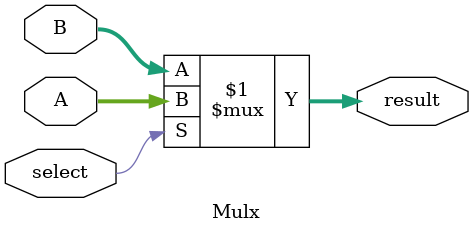
<source format=v>
`timescale 1ns / 1ps


module Mulx #(parameter width=32)(A,B,select,result);
input [width-1:0]A,B;
input select;
output[width-1:0]result;
assign result= select ?A:B;
endmodule


</source>
